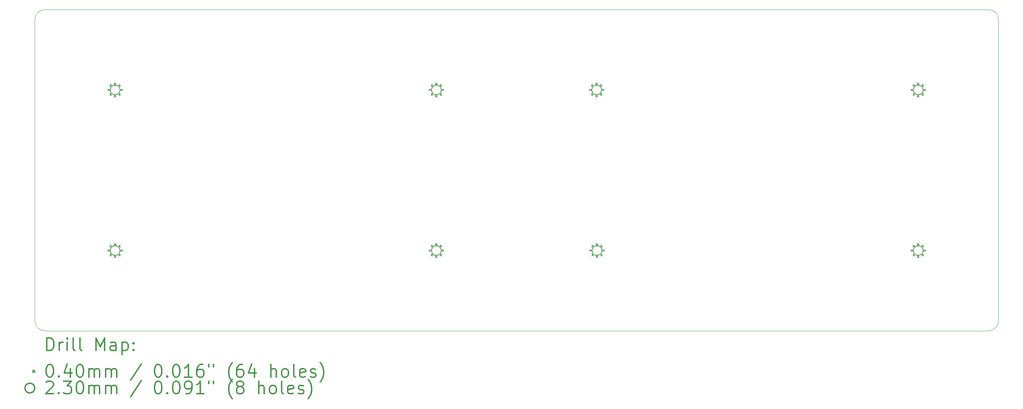
<source format=gbr>
%FSLAX45Y45*%
G04 Gerber Fmt 4.5, Leading zero omitted, Abs format (unit mm)*
G04 Created by KiCad (PCBNEW 5.1.9+dfsg1-1) date 2022-03-28 13:31:43*
%MOMM*%
%LPD*%
G01*
G04 APERTURE LIST*
%TA.AperFunction,Profile*%
%ADD10C,0.050000*%
%TD*%
%ADD11C,0.200000*%
%ADD12C,0.300000*%
G04 APERTURE END LIST*
D10*
X26590625Y-3968750D02*
X4206875Y-3968750D01*
X26828750Y-11350625D02*
X26828750Y-4206875D01*
X4206875Y-11588750D02*
X26590625Y-11588750D01*
X3968750Y-4206875D02*
X3968750Y-11350625D01*
X26590625Y-3968750D02*
G75*
G02*
X26828750Y-4206875I0J-238125D01*
G01*
X26828750Y-11350625D02*
G75*
G02*
X26590625Y-11588750I-238125J0D01*
G01*
X4206875Y-11588750D02*
G75*
G02*
X3968750Y-11350625I0J238125D01*
G01*
X3968750Y-4206875D02*
G75*
G02*
X4206875Y-3968750I238125J0D01*
G01*
D11*
X5703750Y-5853750D02*
X5743750Y-5893750D01*
X5743750Y-5853750D02*
X5703750Y-5893750D01*
X5703750Y-9663750D02*
X5743750Y-9703750D01*
X5743750Y-9663750D02*
X5703750Y-9703750D01*
X5747750Y-5747750D02*
X5787750Y-5787750D01*
X5787750Y-5747750D02*
X5747750Y-5787750D01*
X5747750Y-5959750D02*
X5787750Y-5999750D01*
X5787750Y-5959750D02*
X5747750Y-5999750D01*
X5747750Y-9557750D02*
X5787750Y-9597750D01*
X5787750Y-9557750D02*
X5747750Y-9597750D01*
X5747750Y-9769750D02*
X5787750Y-9809750D01*
X5787750Y-9769750D02*
X5747750Y-9809750D01*
X5853750Y-5703750D02*
X5893750Y-5743750D01*
X5893750Y-5703750D02*
X5853750Y-5743750D01*
X5853750Y-6003750D02*
X5893750Y-6043750D01*
X5893750Y-6003750D02*
X5853750Y-6043750D01*
X5853750Y-9513750D02*
X5893750Y-9553750D01*
X5893750Y-9513750D02*
X5853750Y-9553750D01*
X5853750Y-9813750D02*
X5893750Y-9853750D01*
X5893750Y-9813750D02*
X5853750Y-9853750D01*
X5959750Y-5747750D02*
X5999750Y-5787750D01*
X5999750Y-5747750D02*
X5959750Y-5787750D01*
X5959750Y-5959750D02*
X5999750Y-5999750D01*
X5999750Y-5959750D02*
X5959750Y-5999750D01*
X5959750Y-9557750D02*
X5999750Y-9597750D01*
X5999750Y-9557750D02*
X5959750Y-9597750D01*
X5959750Y-9769750D02*
X5999750Y-9809750D01*
X5999750Y-9769750D02*
X5959750Y-9809750D01*
X6003750Y-5853750D02*
X6043750Y-5893750D01*
X6043750Y-5853750D02*
X6003750Y-5893750D01*
X6003750Y-9663750D02*
X6043750Y-9703750D01*
X6043750Y-9663750D02*
X6003750Y-9703750D01*
X13323750Y-5853750D02*
X13363750Y-5893750D01*
X13363750Y-5853750D02*
X13323750Y-5893750D01*
X13323750Y-9663750D02*
X13363750Y-9703750D01*
X13363750Y-9663750D02*
X13323750Y-9703750D01*
X13367750Y-5747750D02*
X13407750Y-5787750D01*
X13407750Y-5747750D02*
X13367750Y-5787750D01*
X13367750Y-5959750D02*
X13407750Y-5999750D01*
X13407750Y-5959750D02*
X13367750Y-5999750D01*
X13367750Y-9557750D02*
X13407750Y-9597750D01*
X13407750Y-9557750D02*
X13367750Y-9597750D01*
X13367750Y-9769750D02*
X13407750Y-9809750D01*
X13407750Y-9769750D02*
X13367750Y-9809750D01*
X13473750Y-5703750D02*
X13513750Y-5743750D01*
X13513750Y-5703750D02*
X13473750Y-5743750D01*
X13473750Y-6003750D02*
X13513750Y-6043750D01*
X13513750Y-6003750D02*
X13473750Y-6043750D01*
X13473750Y-9513750D02*
X13513750Y-9553750D01*
X13513750Y-9513750D02*
X13473750Y-9553750D01*
X13473750Y-9813750D02*
X13513750Y-9853750D01*
X13513750Y-9813750D02*
X13473750Y-9853750D01*
X13579750Y-5747750D02*
X13619750Y-5787750D01*
X13619750Y-5747750D02*
X13579750Y-5787750D01*
X13579750Y-5959750D02*
X13619750Y-5999750D01*
X13619750Y-5959750D02*
X13579750Y-5999750D01*
X13579750Y-9557750D02*
X13619750Y-9597750D01*
X13619750Y-9557750D02*
X13579750Y-9597750D01*
X13579750Y-9769750D02*
X13619750Y-9809750D01*
X13619750Y-9769750D02*
X13579750Y-9809750D01*
X13623750Y-5853750D02*
X13663750Y-5893750D01*
X13663750Y-5853750D02*
X13623750Y-5893750D01*
X13623750Y-9663750D02*
X13663750Y-9703750D01*
X13663750Y-9663750D02*
X13623750Y-9703750D01*
X17125000Y-5853750D02*
X17165000Y-5893750D01*
X17165000Y-5853750D02*
X17125000Y-5893750D01*
X17133750Y-9663750D02*
X17173750Y-9703750D01*
X17173750Y-9663750D02*
X17133750Y-9703750D01*
X17169000Y-5747750D02*
X17209000Y-5787750D01*
X17209000Y-5747750D02*
X17169000Y-5787750D01*
X17169000Y-5959750D02*
X17209000Y-5999750D01*
X17209000Y-5959750D02*
X17169000Y-5999750D01*
X17177750Y-9557750D02*
X17217750Y-9597750D01*
X17217750Y-9557750D02*
X17177750Y-9597750D01*
X17177750Y-9769750D02*
X17217750Y-9809750D01*
X17217750Y-9769750D02*
X17177750Y-9809750D01*
X17275000Y-5703750D02*
X17315000Y-5743750D01*
X17315000Y-5703750D02*
X17275000Y-5743750D01*
X17275000Y-6003750D02*
X17315000Y-6043750D01*
X17315000Y-6003750D02*
X17275000Y-6043750D01*
X17283750Y-9513750D02*
X17323750Y-9553750D01*
X17323750Y-9513750D02*
X17283750Y-9553750D01*
X17283750Y-9813750D02*
X17323750Y-9853750D01*
X17323750Y-9813750D02*
X17283750Y-9853750D01*
X17381000Y-5747750D02*
X17421000Y-5787750D01*
X17421000Y-5747750D02*
X17381000Y-5787750D01*
X17381000Y-5959750D02*
X17421000Y-5999750D01*
X17421000Y-5959750D02*
X17381000Y-5999750D01*
X17389750Y-9557750D02*
X17429750Y-9597750D01*
X17429750Y-9557750D02*
X17389750Y-9597750D01*
X17389750Y-9769750D02*
X17429750Y-9809750D01*
X17429750Y-9769750D02*
X17389750Y-9809750D01*
X17425000Y-5853750D02*
X17465000Y-5893750D01*
X17465000Y-5853750D02*
X17425000Y-5893750D01*
X17433750Y-9663750D02*
X17473750Y-9703750D01*
X17473750Y-9663750D02*
X17433750Y-9703750D01*
X24753750Y-5853750D02*
X24793750Y-5893750D01*
X24793750Y-5853750D02*
X24753750Y-5893750D01*
X24753750Y-9663750D02*
X24793750Y-9703750D01*
X24793750Y-9663750D02*
X24753750Y-9703750D01*
X24797750Y-5747750D02*
X24837750Y-5787750D01*
X24837750Y-5747750D02*
X24797750Y-5787750D01*
X24797750Y-5959750D02*
X24837750Y-5999750D01*
X24837750Y-5959750D02*
X24797750Y-5999750D01*
X24797750Y-9557750D02*
X24837750Y-9597750D01*
X24837750Y-9557750D02*
X24797750Y-9597750D01*
X24797750Y-9769750D02*
X24837750Y-9809750D01*
X24837750Y-9769750D02*
X24797750Y-9809750D01*
X24903750Y-5703750D02*
X24943750Y-5743750D01*
X24943750Y-5703750D02*
X24903750Y-5743750D01*
X24903750Y-6003750D02*
X24943750Y-6043750D01*
X24943750Y-6003750D02*
X24903750Y-6043750D01*
X24903750Y-9513750D02*
X24943750Y-9553750D01*
X24943750Y-9513750D02*
X24903750Y-9553750D01*
X24903750Y-9813750D02*
X24943750Y-9853750D01*
X24943750Y-9813750D02*
X24903750Y-9853750D01*
X25009750Y-5747750D02*
X25049750Y-5787750D01*
X25049750Y-5747750D02*
X25009750Y-5787750D01*
X25009750Y-5959750D02*
X25049750Y-5999750D01*
X25049750Y-5959750D02*
X25009750Y-5999750D01*
X25009750Y-9557750D02*
X25049750Y-9597750D01*
X25049750Y-9557750D02*
X25009750Y-9597750D01*
X25009750Y-9769750D02*
X25049750Y-9809750D01*
X25049750Y-9769750D02*
X25009750Y-9809750D01*
X25053750Y-5853750D02*
X25093750Y-5893750D01*
X25093750Y-5853750D02*
X25053750Y-5893750D01*
X25053750Y-9663750D02*
X25093750Y-9703750D01*
X25093750Y-9663750D02*
X25053750Y-9703750D01*
X5988750Y-5873750D02*
G75*
G03*
X5988750Y-5873750I-115000J0D01*
G01*
X5988750Y-9683750D02*
G75*
G03*
X5988750Y-9683750I-115000J0D01*
G01*
X13608750Y-5873750D02*
G75*
G03*
X13608750Y-5873750I-115000J0D01*
G01*
X13608750Y-9683750D02*
G75*
G03*
X13608750Y-9683750I-115000J0D01*
G01*
X17410000Y-5873750D02*
G75*
G03*
X17410000Y-5873750I-115000J0D01*
G01*
X17418750Y-9683750D02*
G75*
G03*
X17418750Y-9683750I-115000J0D01*
G01*
X25038750Y-5873750D02*
G75*
G03*
X25038750Y-5873750I-115000J0D01*
G01*
X25038750Y-9683750D02*
G75*
G03*
X25038750Y-9683750I-115000J0D01*
G01*
D12*
X4252678Y-12056964D02*
X4252678Y-11756964D01*
X4324107Y-11756964D01*
X4366964Y-11771250D01*
X4395536Y-11799821D01*
X4409821Y-11828393D01*
X4424107Y-11885536D01*
X4424107Y-11928393D01*
X4409821Y-11985536D01*
X4395536Y-12014107D01*
X4366964Y-12042679D01*
X4324107Y-12056964D01*
X4252678Y-12056964D01*
X4552678Y-12056964D02*
X4552678Y-11856964D01*
X4552678Y-11914107D02*
X4566964Y-11885536D01*
X4581250Y-11871250D01*
X4609821Y-11856964D01*
X4638393Y-11856964D01*
X4738393Y-12056964D02*
X4738393Y-11856964D01*
X4738393Y-11756964D02*
X4724107Y-11771250D01*
X4738393Y-11785536D01*
X4752678Y-11771250D01*
X4738393Y-11756964D01*
X4738393Y-11785536D01*
X4924107Y-12056964D02*
X4895536Y-12042679D01*
X4881250Y-12014107D01*
X4881250Y-11756964D01*
X5081250Y-12056964D02*
X5052678Y-12042679D01*
X5038393Y-12014107D01*
X5038393Y-11756964D01*
X5424107Y-12056964D02*
X5424107Y-11756964D01*
X5524107Y-11971250D01*
X5624107Y-11756964D01*
X5624107Y-12056964D01*
X5895536Y-12056964D02*
X5895536Y-11899821D01*
X5881250Y-11871250D01*
X5852678Y-11856964D01*
X5795536Y-11856964D01*
X5766964Y-11871250D01*
X5895536Y-12042679D02*
X5866964Y-12056964D01*
X5795536Y-12056964D01*
X5766964Y-12042679D01*
X5752678Y-12014107D01*
X5752678Y-11985536D01*
X5766964Y-11956964D01*
X5795536Y-11942679D01*
X5866964Y-11942679D01*
X5895536Y-11928393D01*
X6038393Y-11856964D02*
X6038393Y-12156964D01*
X6038393Y-11871250D02*
X6066964Y-11856964D01*
X6124107Y-11856964D01*
X6152678Y-11871250D01*
X6166964Y-11885536D01*
X6181250Y-11914107D01*
X6181250Y-11999821D01*
X6166964Y-12028393D01*
X6152678Y-12042679D01*
X6124107Y-12056964D01*
X6066964Y-12056964D01*
X6038393Y-12042679D01*
X6309821Y-12028393D02*
X6324107Y-12042679D01*
X6309821Y-12056964D01*
X6295536Y-12042679D01*
X6309821Y-12028393D01*
X6309821Y-12056964D01*
X6309821Y-11871250D02*
X6324107Y-11885536D01*
X6309821Y-11899821D01*
X6295536Y-11885536D01*
X6309821Y-11871250D01*
X6309821Y-11899821D01*
X3926250Y-12531250D02*
X3966250Y-12571250D01*
X3966250Y-12531250D02*
X3926250Y-12571250D01*
X4309821Y-12386964D02*
X4338393Y-12386964D01*
X4366964Y-12401250D01*
X4381250Y-12415536D01*
X4395536Y-12444107D01*
X4409821Y-12501250D01*
X4409821Y-12572679D01*
X4395536Y-12629821D01*
X4381250Y-12658393D01*
X4366964Y-12672679D01*
X4338393Y-12686964D01*
X4309821Y-12686964D01*
X4281250Y-12672679D01*
X4266964Y-12658393D01*
X4252678Y-12629821D01*
X4238393Y-12572679D01*
X4238393Y-12501250D01*
X4252678Y-12444107D01*
X4266964Y-12415536D01*
X4281250Y-12401250D01*
X4309821Y-12386964D01*
X4538393Y-12658393D02*
X4552678Y-12672679D01*
X4538393Y-12686964D01*
X4524107Y-12672679D01*
X4538393Y-12658393D01*
X4538393Y-12686964D01*
X4809821Y-12486964D02*
X4809821Y-12686964D01*
X4738393Y-12372679D02*
X4666964Y-12586964D01*
X4852678Y-12586964D01*
X5024107Y-12386964D02*
X5052678Y-12386964D01*
X5081250Y-12401250D01*
X5095536Y-12415536D01*
X5109821Y-12444107D01*
X5124107Y-12501250D01*
X5124107Y-12572679D01*
X5109821Y-12629821D01*
X5095536Y-12658393D01*
X5081250Y-12672679D01*
X5052678Y-12686964D01*
X5024107Y-12686964D01*
X4995536Y-12672679D01*
X4981250Y-12658393D01*
X4966964Y-12629821D01*
X4952678Y-12572679D01*
X4952678Y-12501250D01*
X4966964Y-12444107D01*
X4981250Y-12415536D01*
X4995536Y-12401250D01*
X5024107Y-12386964D01*
X5252678Y-12686964D02*
X5252678Y-12486964D01*
X5252678Y-12515536D02*
X5266964Y-12501250D01*
X5295536Y-12486964D01*
X5338393Y-12486964D01*
X5366964Y-12501250D01*
X5381250Y-12529821D01*
X5381250Y-12686964D01*
X5381250Y-12529821D02*
X5395536Y-12501250D01*
X5424107Y-12486964D01*
X5466964Y-12486964D01*
X5495536Y-12501250D01*
X5509821Y-12529821D01*
X5509821Y-12686964D01*
X5652678Y-12686964D02*
X5652678Y-12486964D01*
X5652678Y-12515536D02*
X5666964Y-12501250D01*
X5695536Y-12486964D01*
X5738393Y-12486964D01*
X5766964Y-12501250D01*
X5781250Y-12529821D01*
X5781250Y-12686964D01*
X5781250Y-12529821D02*
X5795536Y-12501250D01*
X5824107Y-12486964D01*
X5866964Y-12486964D01*
X5895536Y-12501250D01*
X5909821Y-12529821D01*
X5909821Y-12686964D01*
X6495536Y-12372679D02*
X6238393Y-12758393D01*
X6881250Y-12386964D02*
X6909821Y-12386964D01*
X6938393Y-12401250D01*
X6952678Y-12415536D01*
X6966964Y-12444107D01*
X6981250Y-12501250D01*
X6981250Y-12572679D01*
X6966964Y-12629821D01*
X6952678Y-12658393D01*
X6938393Y-12672679D01*
X6909821Y-12686964D01*
X6881250Y-12686964D01*
X6852678Y-12672679D01*
X6838393Y-12658393D01*
X6824107Y-12629821D01*
X6809821Y-12572679D01*
X6809821Y-12501250D01*
X6824107Y-12444107D01*
X6838393Y-12415536D01*
X6852678Y-12401250D01*
X6881250Y-12386964D01*
X7109821Y-12658393D02*
X7124107Y-12672679D01*
X7109821Y-12686964D01*
X7095536Y-12672679D01*
X7109821Y-12658393D01*
X7109821Y-12686964D01*
X7309821Y-12386964D02*
X7338393Y-12386964D01*
X7366964Y-12401250D01*
X7381250Y-12415536D01*
X7395536Y-12444107D01*
X7409821Y-12501250D01*
X7409821Y-12572679D01*
X7395536Y-12629821D01*
X7381250Y-12658393D01*
X7366964Y-12672679D01*
X7338393Y-12686964D01*
X7309821Y-12686964D01*
X7281250Y-12672679D01*
X7266964Y-12658393D01*
X7252678Y-12629821D01*
X7238393Y-12572679D01*
X7238393Y-12501250D01*
X7252678Y-12444107D01*
X7266964Y-12415536D01*
X7281250Y-12401250D01*
X7309821Y-12386964D01*
X7695536Y-12686964D02*
X7524107Y-12686964D01*
X7609821Y-12686964D02*
X7609821Y-12386964D01*
X7581250Y-12429821D01*
X7552678Y-12458393D01*
X7524107Y-12472679D01*
X7952678Y-12386964D02*
X7895536Y-12386964D01*
X7866964Y-12401250D01*
X7852678Y-12415536D01*
X7824107Y-12458393D01*
X7809821Y-12515536D01*
X7809821Y-12629821D01*
X7824107Y-12658393D01*
X7838393Y-12672679D01*
X7866964Y-12686964D01*
X7924107Y-12686964D01*
X7952678Y-12672679D01*
X7966964Y-12658393D01*
X7981250Y-12629821D01*
X7981250Y-12558393D01*
X7966964Y-12529821D01*
X7952678Y-12515536D01*
X7924107Y-12501250D01*
X7866964Y-12501250D01*
X7838393Y-12515536D01*
X7824107Y-12529821D01*
X7809821Y-12558393D01*
X8095536Y-12386964D02*
X8095536Y-12444107D01*
X8209821Y-12386964D02*
X8209821Y-12444107D01*
X8652678Y-12801250D02*
X8638393Y-12786964D01*
X8609821Y-12744107D01*
X8595536Y-12715536D01*
X8581250Y-12672679D01*
X8566964Y-12601250D01*
X8566964Y-12544107D01*
X8581250Y-12472679D01*
X8595536Y-12429821D01*
X8609821Y-12401250D01*
X8638393Y-12358393D01*
X8652678Y-12344107D01*
X8895536Y-12386964D02*
X8838393Y-12386964D01*
X8809821Y-12401250D01*
X8795536Y-12415536D01*
X8766964Y-12458393D01*
X8752678Y-12515536D01*
X8752678Y-12629821D01*
X8766964Y-12658393D01*
X8781250Y-12672679D01*
X8809821Y-12686964D01*
X8866964Y-12686964D01*
X8895536Y-12672679D01*
X8909821Y-12658393D01*
X8924107Y-12629821D01*
X8924107Y-12558393D01*
X8909821Y-12529821D01*
X8895536Y-12515536D01*
X8866964Y-12501250D01*
X8809821Y-12501250D01*
X8781250Y-12515536D01*
X8766964Y-12529821D01*
X8752678Y-12558393D01*
X9181250Y-12486964D02*
X9181250Y-12686964D01*
X9109821Y-12372679D02*
X9038393Y-12586964D01*
X9224107Y-12586964D01*
X9566964Y-12686964D02*
X9566964Y-12386964D01*
X9695536Y-12686964D02*
X9695536Y-12529821D01*
X9681250Y-12501250D01*
X9652678Y-12486964D01*
X9609821Y-12486964D01*
X9581250Y-12501250D01*
X9566964Y-12515536D01*
X9881250Y-12686964D02*
X9852678Y-12672679D01*
X9838393Y-12658393D01*
X9824107Y-12629821D01*
X9824107Y-12544107D01*
X9838393Y-12515536D01*
X9852678Y-12501250D01*
X9881250Y-12486964D01*
X9924107Y-12486964D01*
X9952678Y-12501250D01*
X9966964Y-12515536D01*
X9981250Y-12544107D01*
X9981250Y-12629821D01*
X9966964Y-12658393D01*
X9952678Y-12672679D01*
X9924107Y-12686964D01*
X9881250Y-12686964D01*
X10152678Y-12686964D02*
X10124107Y-12672679D01*
X10109821Y-12644107D01*
X10109821Y-12386964D01*
X10381250Y-12672679D02*
X10352678Y-12686964D01*
X10295536Y-12686964D01*
X10266964Y-12672679D01*
X10252678Y-12644107D01*
X10252678Y-12529821D01*
X10266964Y-12501250D01*
X10295536Y-12486964D01*
X10352678Y-12486964D01*
X10381250Y-12501250D01*
X10395536Y-12529821D01*
X10395536Y-12558393D01*
X10252678Y-12586964D01*
X10509821Y-12672679D02*
X10538393Y-12686964D01*
X10595536Y-12686964D01*
X10624107Y-12672679D01*
X10638393Y-12644107D01*
X10638393Y-12629821D01*
X10624107Y-12601250D01*
X10595536Y-12586964D01*
X10552678Y-12586964D01*
X10524107Y-12572679D01*
X10509821Y-12544107D01*
X10509821Y-12529821D01*
X10524107Y-12501250D01*
X10552678Y-12486964D01*
X10595536Y-12486964D01*
X10624107Y-12501250D01*
X10738393Y-12801250D02*
X10752678Y-12786964D01*
X10781250Y-12744107D01*
X10795536Y-12715536D01*
X10809821Y-12672679D01*
X10824107Y-12601250D01*
X10824107Y-12544107D01*
X10809821Y-12472679D01*
X10795536Y-12429821D01*
X10781250Y-12401250D01*
X10752678Y-12358393D01*
X10738393Y-12344107D01*
X3966250Y-12947250D02*
G75*
G03*
X3966250Y-12947250I-115000J0D01*
G01*
X4238393Y-12811536D02*
X4252678Y-12797250D01*
X4281250Y-12782964D01*
X4352678Y-12782964D01*
X4381250Y-12797250D01*
X4395536Y-12811536D01*
X4409821Y-12840107D01*
X4409821Y-12868679D01*
X4395536Y-12911536D01*
X4224107Y-13082964D01*
X4409821Y-13082964D01*
X4538393Y-13054393D02*
X4552678Y-13068679D01*
X4538393Y-13082964D01*
X4524107Y-13068679D01*
X4538393Y-13054393D01*
X4538393Y-13082964D01*
X4652678Y-12782964D02*
X4838393Y-12782964D01*
X4738393Y-12897250D01*
X4781250Y-12897250D01*
X4809821Y-12911536D01*
X4824107Y-12925821D01*
X4838393Y-12954393D01*
X4838393Y-13025821D01*
X4824107Y-13054393D01*
X4809821Y-13068679D01*
X4781250Y-13082964D01*
X4695536Y-13082964D01*
X4666964Y-13068679D01*
X4652678Y-13054393D01*
X5024107Y-12782964D02*
X5052678Y-12782964D01*
X5081250Y-12797250D01*
X5095536Y-12811536D01*
X5109821Y-12840107D01*
X5124107Y-12897250D01*
X5124107Y-12968679D01*
X5109821Y-13025821D01*
X5095536Y-13054393D01*
X5081250Y-13068679D01*
X5052678Y-13082964D01*
X5024107Y-13082964D01*
X4995536Y-13068679D01*
X4981250Y-13054393D01*
X4966964Y-13025821D01*
X4952678Y-12968679D01*
X4952678Y-12897250D01*
X4966964Y-12840107D01*
X4981250Y-12811536D01*
X4995536Y-12797250D01*
X5024107Y-12782964D01*
X5252678Y-13082964D02*
X5252678Y-12882964D01*
X5252678Y-12911536D02*
X5266964Y-12897250D01*
X5295536Y-12882964D01*
X5338393Y-12882964D01*
X5366964Y-12897250D01*
X5381250Y-12925821D01*
X5381250Y-13082964D01*
X5381250Y-12925821D02*
X5395536Y-12897250D01*
X5424107Y-12882964D01*
X5466964Y-12882964D01*
X5495536Y-12897250D01*
X5509821Y-12925821D01*
X5509821Y-13082964D01*
X5652678Y-13082964D02*
X5652678Y-12882964D01*
X5652678Y-12911536D02*
X5666964Y-12897250D01*
X5695536Y-12882964D01*
X5738393Y-12882964D01*
X5766964Y-12897250D01*
X5781250Y-12925821D01*
X5781250Y-13082964D01*
X5781250Y-12925821D02*
X5795536Y-12897250D01*
X5824107Y-12882964D01*
X5866964Y-12882964D01*
X5895536Y-12897250D01*
X5909821Y-12925821D01*
X5909821Y-13082964D01*
X6495536Y-12768679D02*
X6238393Y-13154393D01*
X6881250Y-12782964D02*
X6909821Y-12782964D01*
X6938393Y-12797250D01*
X6952678Y-12811536D01*
X6966964Y-12840107D01*
X6981250Y-12897250D01*
X6981250Y-12968679D01*
X6966964Y-13025821D01*
X6952678Y-13054393D01*
X6938393Y-13068679D01*
X6909821Y-13082964D01*
X6881250Y-13082964D01*
X6852678Y-13068679D01*
X6838393Y-13054393D01*
X6824107Y-13025821D01*
X6809821Y-12968679D01*
X6809821Y-12897250D01*
X6824107Y-12840107D01*
X6838393Y-12811536D01*
X6852678Y-12797250D01*
X6881250Y-12782964D01*
X7109821Y-13054393D02*
X7124107Y-13068679D01*
X7109821Y-13082964D01*
X7095536Y-13068679D01*
X7109821Y-13054393D01*
X7109821Y-13082964D01*
X7309821Y-12782964D02*
X7338393Y-12782964D01*
X7366964Y-12797250D01*
X7381250Y-12811536D01*
X7395536Y-12840107D01*
X7409821Y-12897250D01*
X7409821Y-12968679D01*
X7395536Y-13025821D01*
X7381250Y-13054393D01*
X7366964Y-13068679D01*
X7338393Y-13082964D01*
X7309821Y-13082964D01*
X7281250Y-13068679D01*
X7266964Y-13054393D01*
X7252678Y-13025821D01*
X7238393Y-12968679D01*
X7238393Y-12897250D01*
X7252678Y-12840107D01*
X7266964Y-12811536D01*
X7281250Y-12797250D01*
X7309821Y-12782964D01*
X7552678Y-13082964D02*
X7609821Y-13082964D01*
X7638393Y-13068679D01*
X7652678Y-13054393D01*
X7681250Y-13011536D01*
X7695536Y-12954393D01*
X7695536Y-12840107D01*
X7681250Y-12811536D01*
X7666964Y-12797250D01*
X7638393Y-12782964D01*
X7581250Y-12782964D01*
X7552678Y-12797250D01*
X7538393Y-12811536D01*
X7524107Y-12840107D01*
X7524107Y-12911536D01*
X7538393Y-12940107D01*
X7552678Y-12954393D01*
X7581250Y-12968679D01*
X7638393Y-12968679D01*
X7666964Y-12954393D01*
X7681250Y-12940107D01*
X7695536Y-12911536D01*
X7981250Y-13082964D02*
X7809821Y-13082964D01*
X7895536Y-13082964D02*
X7895536Y-12782964D01*
X7866964Y-12825821D01*
X7838393Y-12854393D01*
X7809821Y-12868679D01*
X8095536Y-12782964D02*
X8095536Y-12840107D01*
X8209821Y-12782964D02*
X8209821Y-12840107D01*
X8652678Y-13197250D02*
X8638393Y-13182964D01*
X8609821Y-13140107D01*
X8595536Y-13111536D01*
X8581250Y-13068679D01*
X8566964Y-12997250D01*
X8566964Y-12940107D01*
X8581250Y-12868679D01*
X8595536Y-12825821D01*
X8609821Y-12797250D01*
X8638393Y-12754393D01*
X8652678Y-12740107D01*
X8809821Y-12911536D02*
X8781250Y-12897250D01*
X8766964Y-12882964D01*
X8752678Y-12854393D01*
X8752678Y-12840107D01*
X8766964Y-12811536D01*
X8781250Y-12797250D01*
X8809821Y-12782964D01*
X8866964Y-12782964D01*
X8895536Y-12797250D01*
X8909821Y-12811536D01*
X8924107Y-12840107D01*
X8924107Y-12854393D01*
X8909821Y-12882964D01*
X8895536Y-12897250D01*
X8866964Y-12911536D01*
X8809821Y-12911536D01*
X8781250Y-12925821D01*
X8766964Y-12940107D01*
X8752678Y-12968679D01*
X8752678Y-13025821D01*
X8766964Y-13054393D01*
X8781250Y-13068679D01*
X8809821Y-13082964D01*
X8866964Y-13082964D01*
X8895536Y-13068679D01*
X8909821Y-13054393D01*
X8924107Y-13025821D01*
X8924107Y-12968679D01*
X8909821Y-12940107D01*
X8895536Y-12925821D01*
X8866964Y-12911536D01*
X9281250Y-13082964D02*
X9281250Y-12782964D01*
X9409821Y-13082964D02*
X9409821Y-12925821D01*
X9395536Y-12897250D01*
X9366964Y-12882964D01*
X9324107Y-12882964D01*
X9295536Y-12897250D01*
X9281250Y-12911536D01*
X9595536Y-13082964D02*
X9566964Y-13068679D01*
X9552678Y-13054393D01*
X9538393Y-13025821D01*
X9538393Y-12940107D01*
X9552678Y-12911536D01*
X9566964Y-12897250D01*
X9595536Y-12882964D01*
X9638393Y-12882964D01*
X9666964Y-12897250D01*
X9681250Y-12911536D01*
X9695536Y-12940107D01*
X9695536Y-13025821D01*
X9681250Y-13054393D01*
X9666964Y-13068679D01*
X9638393Y-13082964D01*
X9595536Y-13082964D01*
X9866964Y-13082964D02*
X9838393Y-13068679D01*
X9824107Y-13040107D01*
X9824107Y-12782964D01*
X10095536Y-13068679D02*
X10066964Y-13082964D01*
X10009821Y-13082964D01*
X9981250Y-13068679D01*
X9966964Y-13040107D01*
X9966964Y-12925821D01*
X9981250Y-12897250D01*
X10009821Y-12882964D01*
X10066964Y-12882964D01*
X10095536Y-12897250D01*
X10109821Y-12925821D01*
X10109821Y-12954393D01*
X9966964Y-12982964D01*
X10224107Y-13068679D02*
X10252678Y-13082964D01*
X10309821Y-13082964D01*
X10338393Y-13068679D01*
X10352678Y-13040107D01*
X10352678Y-13025821D01*
X10338393Y-12997250D01*
X10309821Y-12982964D01*
X10266964Y-12982964D01*
X10238393Y-12968679D01*
X10224107Y-12940107D01*
X10224107Y-12925821D01*
X10238393Y-12897250D01*
X10266964Y-12882964D01*
X10309821Y-12882964D01*
X10338393Y-12897250D01*
X10452678Y-13197250D02*
X10466964Y-13182964D01*
X10495536Y-13140107D01*
X10509821Y-13111536D01*
X10524107Y-13068679D01*
X10538393Y-12997250D01*
X10538393Y-12940107D01*
X10524107Y-12868679D01*
X10509821Y-12825821D01*
X10495536Y-12797250D01*
X10466964Y-12754393D01*
X10452678Y-12740107D01*
M02*

</source>
